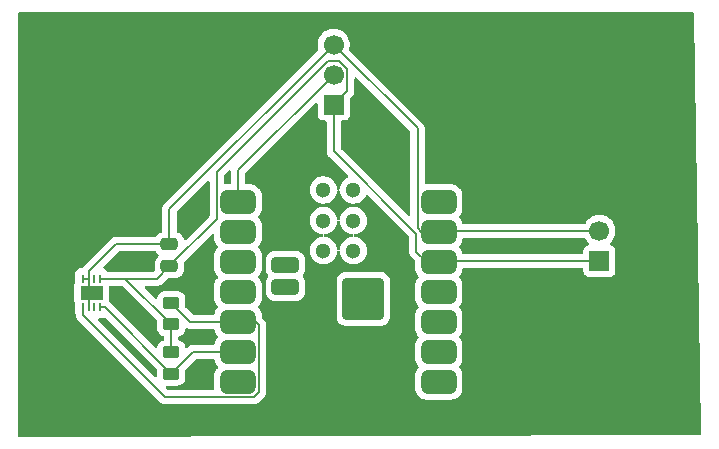
<source format=gbr>
%TF.GenerationSoftware,KiCad,Pcbnew,9.0.7*%
%TF.CreationDate,2026-02-01T15:04:17-08:00*%
%TF.ProjectId,SensingDevice,53656e73-696e-4674-9465-766963652e6b,rev?*%
%TF.SameCoordinates,Original*%
%TF.FileFunction,Copper,L1,Top*%
%TF.FilePolarity,Positive*%
%FSLAX46Y46*%
G04 Gerber Fmt 4.6, Leading zero omitted, Abs format (unit mm)*
G04 Created by KiCad (PCBNEW 9.0.7) date 2026-02-01 15:04:17*
%MOMM*%
%LPD*%
G01*
G04 APERTURE LIST*
G04 Aperture macros list*
%AMRoundRect*
0 Rectangle with rounded corners*
0 $1 Rounding radius*
0 $2 $3 $4 $5 $6 $7 $8 $9 X,Y pos of 4 corners*
0 Add a 4 corners polygon primitive as box body*
4,1,4,$2,$3,$4,$5,$6,$7,$8,$9,$2,$3,0*
0 Add four circle primitives for the rounded corners*
1,1,$1+$1,$2,$3*
1,1,$1+$1,$4,$5*
1,1,$1+$1,$6,$7*
1,1,$1+$1,$8,$9*
0 Add four rect primitives between the rounded corners*
20,1,$1+$1,$2,$3,$4,$5,0*
20,1,$1+$1,$4,$5,$6,$7,0*
20,1,$1+$1,$6,$7,$8,$9,0*
20,1,$1+$1,$8,$9,$2,$3,0*%
G04 Aperture macros list end*
%TA.AperFunction,SMDPad,CuDef*%
%ADD10RoundRect,0.250000X-0.450000X0.262500X-0.450000X-0.262500X0.450000X-0.262500X0.450000X0.262500X0*%
%TD*%
%TA.AperFunction,SMDPad,CuDef*%
%ADD11RoundRect,0.250000X0.475000X-0.250000X0.475000X0.250000X-0.475000X0.250000X-0.475000X-0.250000X0*%
%TD*%
%TA.AperFunction,SMDPad,CuDef*%
%ADD12RoundRect,0.250000X0.450000X-0.262500X0.450000X0.262500X-0.450000X0.262500X-0.450000X-0.262500X0*%
%TD*%
%TA.AperFunction,SMDPad,CuDef*%
%ADD13R,0.254000X0.762000*%
%TD*%
%TA.AperFunction,SMDPad,CuDef*%
%ADD14R,1.905000X1.193800*%
%TD*%
%TA.AperFunction,SMDPad,CuDef*%
%ADD15RoundRect,0.500000X-1.000000X-0.500000X1.000000X-0.500000X1.000000X0.500000X-1.000000X0.500000X0*%
%TD*%
%TA.AperFunction,HeatsinkPad*%
%ADD16RoundRect,0.250000X-1.500000X-1.500000X1.500000X-1.500000X1.500000X1.500000X-1.500000X1.500000X0*%
%TD*%
%TA.AperFunction,SMDPad,CuDef*%
%ADD17RoundRect,0.250000X-0.900000X-0.400000X0.900000X-0.400000X0.900000X0.400000X-0.900000X0.400000X0*%
%TD*%
%TA.AperFunction,SMDPad,CuDef*%
%ADD18C,1.300000*%
%TD*%
%TA.AperFunction,ComponentPad*%
%ADD19R,1.700000X1.700000*%
%TD*%
%TA.AperFunction,ComponentPad*%
%ADD20C,1.700000*%
%TD*%
%TA.AperFunction,Conductor*%
%ADD21C,0.200000*%
%TD*%
G04 APERTURE END LIST*
D10*
%TO.P,R1,2*%
%TO.N,Net-(U1-GPIO6_A5_D5_SCL)*%
X119750000Y-99825000D03*
%TO.P,R1,1*%
%TO.N,/3V3*%
X119750000Y-98000000D03*
%TD*%
D11*
%TO.P,C1,1*%
%TO.N,/3V3*%
X119600000Y-90750000D03*
%TO.P,C1,2*%
%TO.N,/GND*%
X119600000Y-88850000D03*
%TD*%
D12*
%TO.P,R2,1*%
%TO.N,/3V3*%
X119750000Y-95662500D03*
%TO.P,R2,2*%
%TO.N,Net-(U1-GPIO4_A3_D3_SDA)*%
X119750000Y-93837500D03*
%TD*%
D13*
%TO.P,U2,1,SDA*%
%TO.N,Net-(U1-GPIO4_A3_D3_SDA)*%
X112249811Y-94219200D03*
%TO.P,U2,2,ADDR*%
%TO.N,/GND*%
X112749937Y-94219200D03*
%TO.P,U2,3,ALERT*%
%TO.N,unconnected-(U2-ALERT-Pad3)*%
X113250063Y-94219200D03*
%TO.P,U2,4,SCL*%
%TO.N,Net-(U1-GPIO6_A5_D5_SCL)*%
X113750189Y-94219200D03*
%TO.P,U2,5,VDD*%
%TO.N,/3V3*%
X113750189Y-91780800D03*
%TO.P,U2,6,NRESET*%
%TO.N,unconnected-(U2-NRESET-Pad6)*%
X113250063Y-91780800D03*
%TO.P,U2,7,R*%
%TO.N,/GND*%
X112749937Y-91780800D03*
%TO.P,U2,8,VSS*%
X112249811Y-91780800D03*
D14*
%TO.P,U2,9,EPAD*%
X113000000Y-93000000D03*
%TD*%
D15*
%TO.P,U1,1,GPIO1_A0_D0*%
%TO.N,Net-(J1-SIG)*%
X125400000Y-85280000D03*
%TO.P,U1,2,GPIO2_A1_D1*%
%TO.N,unconnected-(U1-GPIO2_A1_D1-Pad2)*%
X125400000Y-87820000D03*
%TO.P,U1,3,GPIO3_A2_D2*%
%TO.N,unconnected-(U1-GPIO3_A2_D2-Pad3)*%
X125400000Y-90360000D03*
%TO.P,U1,4,GPIO4_A3_D3*%
%TO.N,unconnected-(U1-GPIO4_A3_D3-Pad4)*%
X125400000Y-92900000D03*
%TO.P,U1,5,GPIO4_A3_D3_SDA*%
%TO.N,Net-(U1-GPIO4_A3_D3_SDA)*%
X125400000Y-95440000D03*
%TO.P,U1,6,GPIO6_A5_D5_SCL*%
%TO.N,Net-(U1-GPIO6_A5_D5_SCL)*%
X125400000Y-97980000D03*
%TO.P,U1,7,GPIO43_TX_D6*%
%TO.N,unconnected-(U1-GPIO43_TX_D6-Pad7)*%
X125400000Y-100520000D03*
%TO.P,U1,8,GPIO44_D7_RX*%
%TO.N,unconnected-(U1-GPIO44_D7_RX-Pad8)*%
X142400000Y-100520000D03*
%TO.P,U1,9,GPIO7_A8_D8_SCK*%
%TO.N,unconnected-(U1-GPIO7_A8_D8_SCK-Pad9)*%
X142400000Y-97980000D03*
%TO.P,U1,10,GPIO8_A9_D9_CIPO*%
%TO.N,unconnected-(U1-GPIO8_A9_D9_CIPO-Pad10)*%
X142400000Y-95440000D03*
%TO.P,U1,11,GPIO9_A10_D10_COPI*%
%TO.N,unconnected-(U1-GPIO9_A10_D10_COPI-Pad11)*%
X142400000Y-92900000D03*
%TO.P,U1,12,3V3*%
%TO.N,/3V3*%
X142400000Y-90360000D03*
%TO.P,U1,13,GND*%
%TO.N,/GND*%
X142400000Y-87820000D03*
%TO.P,U1,14,5V*%
%TO.N,unconnected-(U1-5V-Pad14)*%
X142400000Y-85280000D03*
D16*
%TO.P,U1,15,+BATT*%
%TO.N,unconnected-(U1-+BATT-Pad15)*%
X136000000Y-93500000D03*
D17*
%TO.P,U1,16,-BATT*%
%TO.N,unconnected-(U1--BATT-Pad16)*%
X129400000Y-92500000D03*
%TO.P,U1,17*%
%TO.N,N/C*%
X129400000Y-90600000D03*
D18*
%TO.P,U1,18*%
X132630000Y-84280000D03*
%TO.P,U1,19*%
X132630000Y-86860000D03*
%TO.P,U1,20*%
X132630000Y-89400000D03*
%TO.P,U1,21*%
X135170000Y-89400000D03*
%TO.P,U1,22*%
X135170000Y-86860000D03*
%TO.P,U1,23*%
X135170000Y-84280000D03*
%TD*%
D19*
%TO.P,J2,1,3V3*%
%TO.N,/3V3*%
X156000000Y-90275000D03*
D20*
%TO.P,J2,2,GND*%
%TO.N,/GND*%
X156000000Y-87735000D03*
%TD*%
D19*
%TO.P,J1,1,VCC*%
%TO.N,/3V3*%
X133500000Y-77040000D03*
D20*
%TO.P,J1,2,SIG*%
%TO.N,Net-(J1-SIG)*%
X133500000Y-74500000D03*
%TO.P,J1,3,GND*%
%TO.N,/GND*%
X133500000Y-71960000D03*
%TD*%
D21*
%TO.N,/3V3*%
X115868300Y-91780800D02*
X113750189Y-91780800D01*
X119750000Y-95662500D02*
X115868300Y-91780800D01*
%TO.N,/GND*%
X119600000Y-85860000D02*
X133500000Y-71960000D01*
X119600000Y-88850000D02*
X119600000Y-85860000D01*
X112749937Y-91780800D02*
X112749937Y-91170926D01*
X112749937Y-91170926D02*
X115070863Y-88850000D01*
X115070863Y-88850000D02*
X119600000Y-88850000D01*
X112749937Y-91780800D02*
X112249811Y-91780800D01*
X112749937Y-94219200D02*
X112749937Y-91780800D01*
%TO.N,Net-(U1-GPIO6_A5_D5_SCL)*%
X114144200Y-94219200D02*
X113750189Y-94219200D01*
X119750000Y-99825000D02*
X114144200Y-94219200D01*
X121595000Y-97980000D02*
X119750000Y-99825000D01*
X125400000Y-97980000D02*
X121595000Y-97980000D01*
%TO.N,/3V3*%
X119750000Y-95662500D02*
X119750000Y-98000000D01*
%TO.N,Net-(U1-GPIO4_A3_D3_SDA)*%
X126739058Y-101821000D02*
X119241737Y-101821000D01*
X127201000Y-101359058D02*
X126739058Y-101821000D01*
X112249811Y-94829074D02*
X112249811Y-94219200D01*
X127201000Y-95741000D02*
X127201000Y-101359058D01*
X126900000Y-95440000D02*
X127201000Y-95741000D01*
X119241737Y-101821000D02*
X112249811Y-94829074D01*
X125400000Y-95440000D02*
X126900000Y-95440000D01*
%TO.N,/3V3*%
X134651000Y-74023240D02*
X134651000Y-75889000D01*
X133976760Y-73349000D02*
X134651000Y-74023240D01*
X133023240Y-73349000D02*
X133976760Y-73349000D01*
X123599000Y-86751000D02*
X123599000Y-82773240D01*
X119600000Y-90750000D02*
X123599000Y-86751000D01*
X123599000Y-82773240D02*
X133023240Y-73349000D01*
X134651000Y-75889000D02*
X133500000Y-77040000D01*
X118569200Y-91780800D02*
X119600000Y-90750000D01*
X113750189Y-91780800D02*
X118569200Y-91780800D01*
X119770000Y-97980000D02*
X119750000Y-98000000D01*
%TO.N,Net-(U1-GPIO4_A3_D3_SDA)*%
X121352500Y-95440000D02*
X119750000Y-93837500D01*
X125400000Y-95440000D02*
X121352500Y-95440000D01*
%TO.N,/3V3*%
X142299942Y-90360000D02*
X142400000Y-90360000D01*
%TO.N,Net-(J1-SIG)*%
X125400000Y-82600000D02*
X125400000Y-85280000D01*
X133500000Y-74500000D02*
X125400000Y-82600000D01*
%TO.N,/3V3*%
X140500000Y-89500000D02*
X141360000Y-90360000D01*
X141360000Y-90360000D02*
X142400000Y-90360000D01*
X133500000Y-80987100D02*
X140500000Y-87987100D01*
X133500000Y-77040000D02*
X133500000Y-80987100D01*
X140500000Y-87987100D02*
X140500000Y-89500000D01*
%TO.N,/GND*%
X140599000Y-79059000D02*
X140599000Y-87519000D01*
X133500000Y-71960000D02*
X140599000Y-79059000D01*
%TO.N,/3V3*%
X142485000Y-90275000D02*
X142400000Y-90360000D01*
X156000000Y-90275000D02*
X142485000Y-90275000D01*
%TO.N,/GND*%
X142485000Y-87735000D02*
X142400000Y-87820000D01*
X156000000Y-87735000D02*
X142485000Y-87735000D01*
X140900000Y-87820000D02*
X142400000Y-87820000D01*
X140599000Y-87519000D02*
X140900000Y-87820000D01*
%TD*%
%TA.AperFunction,NonConductor*%
G36*
X163945099Y-69219685D02*
G01*
X163990854Y-69272489D01*
X164002043Y-69321922D01*
X164597894Y-104874357D01*
X164579335Y-104941717D01*
X164527305Y-104988350D01*
X164474340Y-105000434D01*
X106924429Y-105199569D01*
X106857322Y-105180117D01*
X106811385Y-105127471D01*
X106800000Y-105075570D01*
X106800000Y-92355235D01*
X111547000Y-92355235D01*
X111547000Y-93644770D01*
X111547001Y-93644776D01*
X111553408Y-93704381D01*
X111553409Y-93704383D01*
X111603704Y-93839231D01*
X111603706Y-93839233D01*
X111607143Y-93845527D01*
X111622311Y-93904955D01*
X111622311Y-94648070D01*
X111622312Y-94648076D01*
X111628719Y-94707681D01*
X111641492Y-94741925D01*
X111649310Y-94785259D01*
X111649310Y-94908128D01*
X111649309Y-94908128D01*
X111690234Y-95060859D01*
X111713236Y-95100700D01*
X111714520Y-95102923D01*
X111743314Y-95152796D01*
X111769290Y-95197788D01*
X111769292Y-95197791D01*
X111888160Y-95316659D01*
X111888165Y-95316663D01*
X118873021Y-102301520D01*
X118873023Y-102301521D01*
X118873027Y-102301524D01*
X119009946Y-102380573D01*
X119009953Y-102380577D01*
X119162680Y-102421501D01*
X119162682Y-102421501D01*
X119328391Y-102421501D01*
X119328407Y-102421500D01*
X126652389Y-102421500D01*
X126652405Y-102421501D01*
X126660001Y-102421501D01*
X126818112Y-102421501D01*
X126818115Y-102421501D01*
X126970843Y-102380577D01*
X127020962Y-102351639D01*
X127107774Y-102301520D01*
X127219578Y-102189716D01*
X127219579Y-102189714D01*
X127681520Y-101727774D01*
X127760577Y-101590842D01*
X127801501Y-101438115D01*
X127801501Y-101280000D01*
X127801501Y-101272405D01*
X127801500Y-101272387D01*
X127801500Y-95661945D01*
X127801500Y-95661943D01*
X127760577Y-95509216D01*
X127760577Y-95509215D01*
X127690969Y-95388651D01*
X127690193Y-95387306D01*
X127690180Y-95387283D01*
X127681522Y-95372286D01*
X127681518Y-95372281D01*
X127565397Y-95256160D01*
X127565374Y-95256139D01*
X127436818Y-95127583D01*
X127403333Y-95066260D01*
X127400499Y-95039902D01*
X127400499Y-94881971D01*
X127400499Y-94881964D01*
X127389886Y-94762582D01*
X127333909Y-94566951D01*
X127239698Y-94386593D01*
X127126983Y-94248359D01*
X127099875Y-94183965D01*
X127111884Y-94115135D01*
X127126981Y-94091642D01*
X127239698Y-93953407D01*
X127333909Y-93773049D01*
X127389886Y-93577418D01*
X127400500Y-93458037D01*
X127400499Y-92341964D01*
X127389886Y-92222582D01*
X127333909Y-92026951D01*
X127239698Y-91846593D01*
X127126983Y-91708359D01*
X127099875Y-91643965D01*
X127111884Y-91575135D01*
X127126981Y-91551642D01*
X127239698Y-91413407D01*
X127333909Y-91233049D01*
X127389886Y-91037418D01*
X127400500Y-90918037D01*
X127400499Y-90149983D01*
X127749500Y-90149983D01*
X127749500Y-91050001D01*
X127749501Y-91050019D01*
X127760000Y-91152796D01*
X127760001Y-91152799D01*
X127795525Y-91260001D01*
X127815186Y-91319334D01*
X127907287Y-91468655D01*
X127907289Y-91468657D01*
X127910795Y-91473091D01*
X127936934Y-91537887D01*
X127923892Y-91606529D01*
X127910795Y-91626909D01*
X127907289Y-91631342D01*
X127815187Y-91780663D01*
X127815186Y-91780666D01*
X127760001Y-91947203D01*
X127760001Y-91947204D01*
X127760000Y-91947204D01*
X127749500Y-92049983D01*
X127749500Y-92950001D01*
X127749501Y-92950019D01*
X127760000Y-93052796D01*
X127760001Y-93052799D01*
X127815185Y-93219331D01*
X127815186Y-93219334D01*
X127907288Y-93368656D01*
X128031344Y-93492712D01*
X128180666Y-93584814D01*
X128347203Y-93639999D01*
X128449991Y-93650500D01*
X130350008Y-93650499D01*
X130452797Y-93639999D01*
X130619334Y-93584814D01*
X130768656Y-93492712D01*
X130892712Y-93368656D01*
X130984814Y-93219334D01*
X131039999Y-93052797D01*
X131050500Y-92950009D01*
X131050499Y-92049992D01*
X131048146Y-92026954D01*
X131041249Y-91959435D01*
X131040807Y-91955122D01*
X131040283Y-91949983D01*
X133749500Y-91949983D01*
X133749500Y-95050001D01*
X133749501Y-95050018D01*
X133760000Y-95152796D01*
X133760001Y-95152799D01*
X133815185Y-95319331D01*
X133815187Y-95319336D01*
X133834095Y-95349991D01*
X133907288Y-95468656D01*
X134031344Y-95592712D01*
X134180666Y-95684814D01*
X134347203Y-95739999D01*
X134449991Y-95750500D01*
X137550008Y-95750499D01*
X137652797Y-95739999D01*
X137819334Y-95684814D01*
X137968656Y-95592712D01*
X138092712Y-95468656D01*
X138184814Y-95319334D01*
X138239999Y-95152797D01*
X138250500Y-95050009D01*
X138250499Y-91949992D01*
X138239999Y-91847203D01*
X138184814Y-91680666D01*
X138092712Y-91531344D01*
X137968656Y-91407288D01*
X137875888Y-91350069D01*
X137819336Y-91315187D01*
X137819331Y-91315185D01*
X137817862Y-91314698D01*
X137652797Y-91260001D01*
X137652795Y-91260000D01*
X137550010Y-91249500D01*
X134449998Y-91249500D01*
X134449981Y-91249501D01*
X134347203Y-91260000D01*
X134347200Y-91260001D01*
X134180668Y-91315185D01*
X134180663Y-91315187D01*
X134031342Y-91407289D01*
X133907289Y-91531342D01*
X133815187Y-91680663D01*
X133815185Y-91680668D01*
X133812460Y-91688891D01*
X133760001Y-91847203D01*
X133760001Y-91847204D01*
X133760000Y-91847204D01*
X133749500Y-91949983D01*
X131040283Y-91949983D01*
X131039999Y-91947203D01*
X130984814Y-91780666D01*
X130892712Y-91631344D01*
X130892707Y-91631339D01*
X130889209Y-91626915D01*
X130863066Y-91562121D01*
X130876103Y-91493478D01*
X130889209Y-91473085D01*
X130892703Y-91468664D01*
X130892712Y-91468656D01*
X130984814Y-91319334D01*
X131039999Y-91152797D01*
X131050500Y-91050009D01*
X131050499Y-90149992D01*
X131039999Y-90047203D01*
X130984814Y-89880666D01*
X130892712Y-89731344D01*
X130768656Y-89607288D01*
X130619334Y-89515186D01*
X130452797Y-89460001D01*
X130452795Y-89460000D01*
X130350010Y-89449500D01*
X128449998Y-89449500D01*
X128449981Y-89449501D01*
X128347203Y-89460000D01*
X128347200Y-89460001D01*
X128180668Y-89515185D01*
X128180663Y-89515187D01*
X128031342Y-89607289D01*
X127907289Y-89731342D01*
X127815187Y-89880663D01*
X127815185Y-89880668D01*
X127806365Y-89907285D01*
X127760001Y-90047203D01*
X127760001Y-90047204D01*
X127760000Y-90047204D01*
X127749500Y-90149983D01*
X127400499Y-90149983D01*
X127400499Y-89801964D01*
X127389886Y-89682582D01*
X127333909Y-89486951D01*
X127239698Y-89306593D01*
X127126983Y-89168359D01*
X127099875Y-89103965D01*
X127111884Y-89035135D01*
X127126981Y-89011642D01*
X127239698Y-88873407D01*
X127333909Y-88693049D01*
X127389886Y-88497418D01*
X127400500Y-88378037D01*
X127400499Y-87261964D01*
X127389886Y-87142582D01*
X127333909Y-86946951D01*
X127241189Y-86769448D01*
X131479500Y-86769448D01*
X131479500Y-86950551D01*
X131507829Y-87129410D01*
X131563787Y-87301636D01*
X131563788Y-87301639D01*
X131646006Y-87462997D01*
X131752441Y-87609494D01*
X131752445Y-87609499D01*
X131880500Y-87737554D01*
X131880505Y-87737558D01*
X131931808Y-87774831D01*
X132027006Y-87843996D01*
X132132484Y-87897740D01*
X132188360Y-87926211D01*
X132188363Y-87926212D01*
X132274476Y-87954191D01*
X132360591Y-87982171D01*
X132433639Y-87993740D01*
X132520678Y-88007527D01*
X132583813Y-88037456D01*
X132620744Y-88096768D01*
X132619746Y-88166631D01*
X132581136Y-88224863D01*
X132520678Y-88252473D01*
X132360589Y-88277829D01*
X132188363Y-88333787D01*
X132188360Y-88333788D01*
X132027002Y-88416006D01*
X131880505Y-88522441D01*
X131880500Y-88522445D01*
X131752445Y-88650500D01*
X131752441Y-88650505D01*
X131646006Y-88797002D01*
X131563788Y-88958360D01*
X131563787Y-88958363D01*
X131507829Y-89130589D01*
X131479500Y-89309448D01*
X131479500Y-89490551D01*
X131507829Y-89669410D01*
X131563787Y-89841636D01*
X131563788Y-89841639D01*
X131597239Y-89907288D01*
X131638155Y-89987590D01*
X131646006Y-90002997D01*
X131752441Y-90149494D01*
X131752445Y-90149499D01*
X131880500Y-90277554D01*
X131880505Y-90277558D01*
X131976366Y-90347204D01*
X132027006Y-90383996D01*
X132132484Y-90437740D01*
X132188360Y-90466211D01*
X132188363Y-90466212D01*
X132274476Y-90494191D01*
X132360591Y-90522171D01*
X132443429Y-90535291D01*
X132539449Y-90550500D01*
X132539454Y-90550500D01*
X132720551Y-90550500D01*
X132807259Y-90536765D01*
X132899409Y-90522171D01*
X133071639Y-90466211D01*
X133232994Y-90383996D01*
X133379501Y-90277553D01*
X133507553Y-90149501D01*
X133613996Y-90002994D01*
X133696211Y-89841639D01*
X133752171Y-89669409D01*
X133766482Y-89579054D01*
X133777527Y-89509321D01*
X133807456Y-89446186D01*
X133866768Y-89409255D01*
X133936630Y-89410253D01*
X133994863Y-89448863D01*
X134022473Y-89509321D01*
X134047829Y-89669410D01*
X134103787Y-89841636D01*
X134103788Y-89841639D01*
X134137239Y-89907288D01*
X134178155Y-89987590D01*
X134186006Y-90002997D01*
X134292441Y-90149494D01*
X134292445Y-90149499D01*
X134420500Y-90277554D01*
X134420505Y-90277558D01*
X134516366Y-90347204D01*
X134567006Y-90383996D01*
X134672484Y-90437740D01*
X134728360Y-90466211D01*
X134728363Y-90466212D01*
X134814476Y-90494191D01*
X134900591Y-90522171D01*
X134983429Y-90535291D01*
X135079449Y-90550500D01*
X135079454Y-90550500D01*
X135260551Y-90550500D01*
X135347259Y-90536765D01*
X135439409Y-90522171D01*
X135611639Y-90466211D01*
X135772994Y-90383996D01*
X135919501Y-90277553D01*
X136047553Y-90149501D01*
X136153996Y-90002994D01*
X136236211Y-89841639D01*
X136292171Y-89669409D01*
X136306765Y-89577259D01*
X136320500Y-89490551D01*
X136320500Y-89309448D01*
X136304019Y-89205397D01*
X136292171Y-89130591D01*
X136243633Y-88981203D01*
X136236212Y-88958363D01*
X136236211Y-88958360D01*
X136201405Y-88890051D01*
X136153996Y-88797006D01*
X136124625Y-88756580D01*
X136047558Y-88650505D01*
X136047554Y-88650500D01*
X135919499Y-88522445D01*
X135919494Y-88522441D01*
X135772997Y-88416006D01*
X135772996Y-88416005D01*
X135772994Y-88416004D01*
X135698478Y-88378036D01*
X135611639Y-88333788D01*
X135611636Y-88333787D01*
X135439410Y-88277829D01*
X135279321Y-88252473D01*
X135216186Y-88222544D01*
X135179255Y-88163232D01*
X135180253Y-88093370D01*
X135218863Y-88035137D01*
X135279321Y-88007527D01*
X135349425Y-87996422D01*
X135439409Y-87982171D01*
X135611639Y-87926211D01*
X135772994Y-87843996D01*
X135919501Y-87737553D01*
X136047553Y-87609501D01*
X136153996Y-87462994D01*
X136236211Y-87301639D01*
X136292171Y-87129409D01*
X136308363Y-87027179D01*
X136320500Y-86950551D01*
X136320500Y-86769448D01*
X136295069Y-86608891D01*
X136292171Y-86590591D01*
X136246425Y-86449797D01*
X136236212Y-86418363D01*
X136236211Y-86418360D01*
X136194757Y-86337003D01*
X136153996Y-86257006D01*
X136083588Y-86160097D01*
X136047558Y-86110505D01*
X136047554Y-86110500D01*
X135919499Y-85982445D01*
X135919494Y-85982441D01*
X135772997Y-85876006D01*
X135772996Y-85876005D01*
X135772994Y-85876004D01*
X135698480Y-85838037D01*
X135611639Y-85793788D01*
X135611636Y-85793787D01*
X135439410Y-85737829D01*
X135260551Y-85709500D01*
X135260546Y-85709500D01*
X135079454Y-85709500D01*
X135079449Y-85709500D01*
X134900589Y-85737829D01*
X134728363Y-85793787D01*
X134728360Y-85793788D01*
X134567002Y-85876006D01*
X134420505Y-85982441D01*
X134420500Y-85982445D01*
X134292445Y-86110500D01*
X134292441Y-86110505D01*
X134186006Y-86257002D01*
X134103788Y-86418360D01*
X134103787Y-86418363D01*
X134047829Y-86590589D01*
X134022473Y-86750678D01*
X133992544Y-86813813D01*
X133933232Y-86850744D01*
X133863369Y-86849746D01*
X133805137Y-86811136D01*
X133777527Y-86750678D01*
X133755069Y-86608891D01*
X133752171Y-86590591D01*
X133706425Y-86449797D01*
X133696212Y-86418363D01*
X133696211Y-86418360D01*
X133654757Y-86337003D01*
X133613996Y-86257006D01*
X133543588Y-86160097D01*
X133507558Y-86110505D01*
X133507554Y-86110500D01*
X133379499Y-85982445D01*
X133379494Y-85982441D01*
X133232997Y-85876006D01*
X133232996Y-85876005D01*
X133232994Y-85876004D01*
X133158480Y-85838037D01*
X133071639Y-85793788D01*
X133071636Y-85793787D01*
X132899410Y-85737829D01*
X132720551Y-85709500D01*
X132720546Y-85709500D01*
X132539454Y-85709500D01*
X132539449Y-85709500D01*
X132360589Y-85737829D01*
X132188363Y-85793787D01*
X132188360Y-85793788D01*
X132027002Y-85876006D01*
X131880505Y-85982441D01*
X131880500Y-85982445D01*
X131752445Y-86110500D01*
X131752441Y-86110505D01*
X131646006Y-86257002D01*
X131563788Y-86418360D01*
X131563787Y-86418363D01*
X131507829Y-86590589D01*
X131479500Y-86769448D01*
X127241189Y-86769448D01*
X127239698Y-86766593D01*
X127126983Y-86628359D01*
X127099875Y-86563965D01*
X127111884Y-86495135D01*
X127126981Y-86471642D01*
X127239698Y-86333407D01*
X127333909Y-86153049D01*
X127389886Y-85957418D01*
X127400500Y-85838037D01*
X127400499Y-84721964D01*
X127389886Y-84602582D01*
X127333909Y-84406951D01*
X127239698Y-84226593D01*
X127187684Y-84162803D01*
X127111109Y-84068890D01*
X126953409Y-83940304D01*
X126953410Y-83940304D01*
X126953407Y-83940302D01*
X126773049Y-83846091D01*
X126773048Y-83846090D01*
X126773045Y-83846089D01*
X126655829Y-83812550D01*
X126577418Y-83790114D01*
X126577415Y-83790113D01*
X126577413Y-83790113D01*
X126504631Y-83783642D01*
X126458037Y-83779500D01*
X126458033Y-83779500D01*
X126124500Y-83779500D01*
X126057461Y-83759815D01*
X126011706Y-83707011D01*
X126000500Y-83655500D01*
X126000500Y-82900096D01*
X126020185Y-82833057D01*
X126036814Y-82812420D01*
X131937821Y-76911412D01*
X131999142Y-76877929D01*
X132068834Y-76882913D01*
X132124767Y-76924785D01*
X132149184Y-76990249D01*
X132149500Y-76999095D01*
X132149500Y-77937870D01*
X132149501Y-77937876D01*
X132155908Y-77997483D01*
X132206202Y-78132328D01*
X132206206Y-78132335D01*
X132292452Y-78247544D01*
X132292455Y-78247547D01*
X132407664Y-78333793D01*
X132407671Y-78333797D01*
X132452618Y-78350561D01*
X132542517Y-78384091D01*
X132602127Y-78390500D01*
X132775500Y-78390499D01*
X132842539Y-78410183D01*
X132888294Y-78462987D01*
X132899500Y-78514499D01*
X132899500Y-80900430D01*
X132899499Y-80900448D01*
X132899499Y-81066154D01*
X132899498Y-81066154D01*
X132940423Y-81218885D01*
X132969358Y-81269000D01*
X132969359Y-81269004D01*
X132969360Y-81269004D01*
X133019479Y-81355814D01*
X133019481Y-81355817D01*
X133138349Y-81474685D01*
X133138355Y-81474690D01*
X134706446Y-83042781D01*
X134739931Y-83104104D01*
X134734947Y-83173796D01*
X134693075Y-83229729D01*
X134675061Y-83240946D01*
X134567004Y-83296004D01*
X134420505Y-83402441D01*
X134420500Y-83402445D01*
X134292445Y-83530500D01*
X134292441Y-83530505D01*
X134186006Y-83677002D01*
X134103788Y-83838360D01*
X134103787Y-83838363D01*
X134047829Y-84010589D01*
X134022473Y-84170678D01*
X133992544Y-84233813D01*
X133933232Y-84270744D01*
X133863369Y-84269746D01*
X133805137Y-84231136D01*
X133777527Y-84170678D01*
X133761405Y-84068891D01*
X133752171Y-84010591D01*
X133696211Y-83838361D01*
X133696211Y-83838360D01*
X133659591Y-83766491D01*
X133613996Y-83677006D01*
X133558957Y-83601251D01*
X133507558Y-83530505D01*
X133507554Y-83530500D01*
X133379499Y-83402445D01*
X133379494Y-83402441D01*
X133232997Y-83296006D01*
X133232996Y-83296005D01*
X133232994Y-83296004D01*
X133181300Y-83269664D01*
X133071639Y-83213788D01*
X133071636Y-83213787D01*
X132899410Y-83157829D01*
X132720551Y-83129500D01*
X132720546Y-83129500D01*
X132539454Y-83129500D01*
X132539449Y-83129500D01*
X132360589Y-83157829D01*
X132188363Y-83213787D01*
X132188360Y-83213788D01*
X132027002Y-83296006D01*
X131880505Y-83402441D01*
X131880500Y-83402445D01*
X131752445Y-83530500D01*
X131752441Y-83530505D01*
X131646006Y-83677002D01*
X131563788Y-83838360D01*
X131563787Y-83838363D01*
X131507829Y-84010589D01*
X131479500Y-84189448D01*
X131479500Y-84370551D01*
X131507829Y-84549410D01*
X131563787Y-84721636D01*
X131563788Y-84721639D01*
X131646006Y-84882997D01*
X131752441Y-85029494D01*
X131752445Y-85029499D01*
X131880500Y-85157554D01*
X131880505Y-85157558D01*
X132008287Y-85250396D01*
X132027006Y-85263996D01*
X132132484Y-85317740D01*
X132188360Y-85346211D01*
X132188363Y-85346212D01*
X132274476Y-85374191D01*
X132360591Y-85402171D01*
X132443429Y-85415291D01*
X132539449Y-85430500D01*
X132539454Y-85430500D01*
X132720551Y-85430500D01*
X132807259Y-85416765D01*
X132899409Y-85402171D01*
X133071639Y-85346211D01*
X133232994Y-85263996D01*
X133379501Y-85157553D01*
X133507553Y-85029501D01*
X133613996Y-84882994D01*
X133696211Y-84721639D01*
X133752171Y-84549409D01*
X133774734Y-84406954D01*
X133777527Y-84389321D01*
X133807456Y-84326186D01*
X133866768Y-84289255D01*
X133936630Y-84290253D01*
X133994863Y-84328863D01*
X134022473Y-84389321D01*
X134047829Y-84549410D01*
X134103787Y-84721636D01*
X134103788Y-84721639D01*
X134186006Y-84882997D01*
X134292441Y-85029494D01*
X134292445Y-85029499D01*
X134420500Y-85157554D01*
X134420505Y-85157558D01*
X134548287Y-85250396D01*
X134567006Y-85263996D01*
X134672484Y-85317740D01*
X134728360Y-85346211D01*
X134728363Y-85346212D01*
X134814476Y-85374191D01*
X134900591Y-85402171D01*
X134983429Y-85415291D01*
X135079449Y-85430500D01*
X135079454Y-85430500D01*
X135260551Y-85430500D01*
X135347259Y-85416765D01*
X135439409Y-85402171D01*
X135611639Y-85346211D01*
X135772994Y-85263996D01*
X135919501Y-85157553D01*
X136047553Y-85029501D01*
X136153996Y-84882994D01*
X136209053Y-84774938D01*
X136257026Y-84724143D01*
X136324847Y-84707348D01*
X136390982Y-84729885D01*
X136407218Y-84743553D01*
X139863181Y-88199516D01*
X139896666Y-88260839D01*
X139899500Y-88287197D01*
X139899500Y-89413330D01*
X139899499Y-89413348D01*
X139899499Y-89579054D01*
X139899498Y-89579054D01*
X139940304Y-89731344D01*
X139940423Y-89731785D01*
X139956713Y-89760000D01*
X139956714Y-89760002D01*
X139956715Y-89760002D01*
X140003846Y-89841636D01*
X140019479Y-89868714D01*
X140019481Y-89868717D01*
X140138349Y-89987585D01*
X140138355Y-89987590D01*
X140363181Y-90212416D01*
X140396666Y-90273739D01*
X140399500Y-90300097D01*
X140399500Y-90918028D01*
X140399501Y-90918034D01*
X140410113Y-91037415D01*
X140466089Y-91233045D01*
X140466090Y-91233048D01*
X140466091Y-91233049D01*
X140560302Y-91413407D01*
X140608963Y-91473085D01*
X140673015Y-91551639D01*
X140700124Y-91616036D01*
X140688115Y-91684865D01*
X140673015Y-91708361D01*
X140614057Y-91780668D01*
X140560302Y-91846593D01*
X140559983Y-91847204D01*
X140466089Y-92026954D01*
X140410114Y-92222583D01*
X140410113Y-92222586D01*
X140399500Y-92341966D01*
X140399500Y-93458028D01*
X140399501Y-93458034D01*
X140410113Y-93577415D01*
X140466089Y-93773045D01*
X140466090Y-93773048D01*
X140466091Y-93773049D01*
X140560302Y-93953407D01*
X140560304Y-93953409D01*
X140673015Y-94091639D01*
X140700124Y-94156036D01*
X140688115Y-94224865D01*
X140673015Y-94248361D01*
X140560304Y-94386590D01*
X140466089Y-94566954D01*
X140421332Y-94723376D01*
X140413826Y-94749611D01*
X140410114Y-94762583D01*
X140410113Y-94762586D01*
X140399500Y-94881966D01*
X140399500Y-95998028D01*
X140399501Y-95998034D01*
X140410113Y-96117415D01*
X140466089Y-96313045D01*
X140466090Y-96313048D01*
X140466091Y-96313049D01*
X140560302Y-96493407D01*
X140580120Y-96517712D01*
X140673015Y-96631639D01*
X140700124Y-96696036D01*
X140688115Y-96764865D01*
X140673015Y-96788361D01*
X140561575Y-96925032D01*
X140560302Y-96926593D01*
X140529724Y-96985132D01*
X140466089Y-97106954D01*
X140421332Y-97263376D01*
X140413826Y-97289611D01*
X140410114Y-97302583D01*
X140410113Y-97302586D01*
X140406018Y-97348649D01*
X140399838Y-97418168D01*
X140399500Y-97421966D01*
X140399500Y-98538028D01*
X140399501Y-98538034D01*
X140410113Y-98657415D01*
X140466089Y-98853045D01*
X140466090Y-98853048D01*
X140466091Y-98853049D01*
X140560302Y-99033407D01*
X140560304Y-99033409D01*
X140673015Y-99171639D01*
X140700124Y-99236036D01*
X140688115Y-99304865D01*
X140673015Y-99328361D01*
X140584093Y-99437416D01*
X140560302Y-99466593D01*
X140529742Y-99525097D01*
X140466089Y-99646954D01*
X140410114Y-99842583D01*
X140410113Y-99842586D01*
X140399500Y-99961966D01*
X140399500Y-101078028D01*
X140399501Y-101078034D01*
X140410113Y-101197415D01*
X140466089Y-101393045D01*
X140466090Y-101393048D01*
X140466091Y-101393049D01*
X140560302Y-101573407D01*
X140574519Y-101590843D01*
X140688890Y-101731109D01*
X140782803Y-101807684D01*
X140846593Y-101859698D01*
X141026951Y-101953909D01*
X141222582Y-102009886D01*
X141341963Y-102020500D01*
X143458036Y-102020499D01*
X143577418Y-102009886D01*
X143773049Y-101953909D01*
X143953407Y-101859698D01*
X144111109Y-101731109D01*
X144239698Y-101573407D01*
X144333909Y-101393049D01*
X144389886Y-101197418D01*
X144400500Y-101078037D01*
X144400499Y-99961964D01*
X144389886Y-99842582D01*
X144333909Y-99646951D01*
X144239698Y-99466593D01*
X144126983Y-99328359D01*
X144099875Y-99263965D01*
X144111884Y-99195135D01*
X144126981Y-99171642D01*
X144239698Y-99033407D01*
X144333909Y-98853049D01*
X144389886Y-98657418D01*
X144400500Y-98538037D01*
X144400499Y-97421964D01*
X144389886Y-97302582D01*
X144333909Y-97106951D01*
X144239698Y-96926593D01*
X144126983Y-96788359D01*
X144099875Y-96723965D01*
X144111884Y-96655135D01*
X144126981Y-96631642D01*
X144239698Y-96493407D01*
X144333909Y-96313049D01*
X144389886Y-96117418D01*
X144400500Y-95998037D01*
X144400499Y-94881964D01*
X144389886Y-94762582D01*
X144333909Y-94566951D01*
X144239698Y-94386593D01*
X144126983Y-94248359D01*
X144099875Y-94183965D01*
X144111884Y-94115135D01*
X144126981Y-94091642D01*
X144239698Y-93953407D01*
X144333909Y-93773049D01*
X144389886Y-93577418D01*
X144400500Y-93458037D01*
X144400499Y-92341964D01*
X144389886Y-92222582D01*
X144333909Y-92026951D01*
X144239698Y-91846593D01*
X144126983Y-91708359D01*
X144099875Y-91643965D01*
X144111884Y-91575135D01*
X144126981Y-91551642D01*
X144239698Y-91413407D01*
X144333909Y-91233049D01*
X144389886Y-91037418D01*
X144394233Y-90988518D01*
X144419777Y-90923487D01*
X144476425Y-90882587D01*
X144517746Y-90875500D01*
X154525501Y-90875500D01*
X154592540Y-90895185D01*
X154638295Y-90947989D01*
X154649501Y-90999500D01*
X154649501Y-91172876D01*
X154655908Y-91232483D01*
X154706202Y-91367328D01*
X154706206Y-91367335D01*
X154792452Y-91482544D01*
X154792455Y-91482547D01*
X154907664Y-91568793D01*
X154907671Y-91568797D01*
X155042517Y-91619091D01*
X155042516Y-91619091D01*
X155049444Y-91619835D01*
X155102127Y-91625500D01*
X156897872Y-91625499D01*
X156957483Y-91619091D01*
X157092331Y-91568796D01*
X157207546Y-91482546D01*
X157293796Y-91367331D01*
X157344091Y-91232483D01*
X157350500Y-91172873D01*
X157350499Y-89377128D01*
X157344091Y-89317517D01*
X157341081Y-89309448D01*
X157293797Y-89182671D01*
X157293793Y-89182664D01*
X157207547Y-89067455D01*
X157207544Y-89067452D01*
X157092335Y-88981206D01*
X157092328Y-88981202D01*
X156960917Y-88932189D01*
X156904983Y-88890318D01*
X156880566Y-88824853D01*
X156895418Y-88756580D01*
X156916563Y-88728332D01*
X157030104Y-88614792D01*
X157155051Y-88442816D01*
X157251557Y-88253412D01*
X157317246Y-88051243D01*
X157350500Y-87841287D01*
X157350500Y-87628713D01*
X157317246Y-87418757D01*
X157251557Y-87216588D01*
X157155051Y-87027184D01*
X157155049Y-87027181D01*
X157155048Y-87027179D01*
X157030109Y-86855213D01*
X156879786Y-86704890D01*
X156707820Y-86579951D01*
X156518414Y-86483444D01*
X156518413Y-86483443D01*
X156518412Y-86483443D01*
X156316243Y-86417754D01*
X156316241Y-86417753D01*
X156316240Y-86417753D01*
X156154957Y-86392208D01*
X156106287Y-86384500D01*
X155893713Y-86384500D01*
X155845042Y-86392208D01*
X155683760Y-86417753D01*
X155481585Y-86483444D01*
X155292179Y-86579951D01*
X155120213Y-86704890D01*
X154969890Y-86855213D01*
X154844948Y-87027184D01*
X154844947Y-87027185D01*
X154824765Y-87066795D01*
X154776791Y-87117591D01*
X154714281Y-87134500D01*
X144481069Y-87134500D01*
X144414030Y-87114815D01*
X144368275Y-87062011D01*
X144361853Y-87044612D01*
X144333909Y-86946951D01*
X144239698Y-86766593D01*
X144126983Y-86628359D01*
X144099875Y-86563965D01*
X144111884Y-86495135D01*
X144126981Y-86471642D01*
X144239698Y-86333407D01*
X144333909Y-86153049D01*
X144389886Y-85957418D01*
X144400500Y-85838037D01*
X144400499Y-84721964D01*
X144389886Y-84602582D01*
X144333909Y-84406951D01*
X144239698Y-84226593D01*
X144187684Y-84162803D01*
X144111109Y-84068890D01*
X143953409Y-83940304D01*
X143953410Y-83940304D01*
X143953407Y-83940302D01*
X143773049Y-83846091D01*
X143773048Y-83846090D01*
X143773045Y-83846089D01*
X143655829Y-83812550D01*
X143577418Y-83790114D01*
X143577415Y-83790113D01*
X143577413Y-83790113D01*
X143511102Y-83784217D01*
X143458037Y-83779500D01*
X143458032Y-83779500D01*
X141341971Y-83779500D01*
X141341965Y-83779500D01*
X141341964Y-83779501D01*
X141338834Y-83779779D01*
X141334471Y-83780167D01*
X141265953Y-83766491D01*
X141215706Y-83717942D01*
X141199500Y-83656653D01*
X141199500Y-78979945D01*
X141199500Y-78979943D01*
X141158577Y-78827216D01*
X141158577Y-78827215D01*
X141158577Y-78827214D01*
X141129639Y-78777095D01*
X141129637Y-78777092D01*
X141079520Y-78690284D01*
X140967716Y-78578480D01*
X140967715Y-78578479D01*
X140963385Y-78574149D01*
X140963374Y-78574139D01*
X134833757Y-72444522D01*
X134800272Y-72383199D01*
X134803507Y-72318523D01*
X134817246Y-72276243D01*
X134850500Y-72066287D01*
X134850500Y-71853713D01*
X134817246Y-71643757D01*
X134751557Y-71441588D01*
X134655051Y-71252184D01*
X134655049Y-71252181D01*
X134655048Y-71252179D01*
X134530109Y-71080213D01*
X134379786Y-70929890D01*
X134207820Y-70804951D01*
X134018414Y-70708444D01*
X134018413Y-70708443D01*
X134018412Y-70708443D01*
X133816243Y-70642754D01*
X133816241Y-70642753D01*
X133816240Y-70642753D01*
X133654957Y-70617208D01*
X133606287Y-70609500D01*
X133393713Y-70609500D01*
X133345042Y-70617208D01*
X133183760Y-70642753D01*
X132981585Y-70708444D01*
X132792179Y-70804951D01*
X132620213Y-70929890D01*
X132469890Y-71080213D01*
X132344951Y-71252179D01*
X132248444Y-71441585D01*
X132182753Y-71643760D01*
X132149500Y-71853713D01*
X132149500Y-72066286D01*
X132182753Y-72276240D01*
X132182754Y-72276244D01*
X132196491Y-72318523D01*
X132198486Y-72388365D01*
X132166241Y-72444521D01*
X119231286Y-85379478D01*
X119119481Y-85491282D01*
X119119479Y-85491285D01*
X119069361Y-85578094D01*
X119069359Y-85578096D01*
X119040425Y-85628209D01*
X119040424Y-85628210D01*
X119040423Y-85628215D01*
X118999499Y-85780943D01*
X118999499Y-85780945D01*
X118999499Y-85949046D01*
X118999500Y-85949059D01*
X118999500Y-87761414D01*
X118979815Y-87828453D01*
X118927011Y-87874208D01*
X118914505Y-87879120D01*
X118805666Y-87915186D01*
X118805663Y-87915187D01*
X118656342Y-88007289D01*
X118532289Y-88131342D01*
X118532288Y-88131344D01*
X118512620Y-88163232D01*
X118495741Y-88190597D01*
X118443793Y-88237321D01*
X118390202Y-88249500D01*
X115157532Y-88249500D01*
X115157516Y-88249499D01*
X115149920Y-88249499D01*
X114991806Y-88249499D01*
X114886079Y-88277829D01*
X114839077Y-88290423D01*
X114821592Y-88300519D01*
X114821589Y-88300520D01*
X114702153Y-88369475D01*
X114702145Y-88369481D01*
X112269416Y-90802210D01*
X112249157Y-90837301D01*
X112198589Y-90885516D01*
X112141772Y-90899300D01*
X112074941Y-90899300D01*
X112074934Y-90899301D01*
X112015327Y-90905708D01*
X111880482Y-90956002D01*
X111880475Y-90956006D01*
X111765266Y-91042252D01*
X111765263Y-91042255D01*
X111679017Y-91157464D01*
X111679013Y-91157471D01*
X111628719Y-91292317D01*
X111622312Y-91351916D01*
X111622311Y-91351935D01*
X111622311Y-92095043D01*
X111607145Y-92154467D01*
X111603703Y-92160769D01*
X111553408Y-92295617D01*
X111547001Y-92355216D01*
X111547000Y-92355235D01*
X106800000Y-92355235D01*
X106800000Y-69324000D01*
X106819685Y-69256961D01*
X106872489Y-69211206D01*
X106924000Y-69200000D01*
X163878060Y-69200000D01*
X163945099Y-69219685D01*
G37*
%TD.AperFunction*%
%TA.AperFunction,NonConductor*%
G36*
X133917071Y-86869973D02*
G01*
X133936630Y-86870253D01*
X133950040Y-86879144D01*
X133965543Y-86883457D01*
X133978561Y-86898054D01*
X133994863Y-86908863D01*
X134001855Y-86924173D01*
X134012047Y-86935602D01*
X134022473Y-86969321D01*
X134047829Y-87129410D01*
X134103787Y-87301636D01*
X134103788Y-87301639D01*
X134186006Y-87462997D01*
X134292441Y-87609494D01*
X134292445Y-87609499D01*
X134420500Y-87737554D01*
X134420505Y-87737558D01*
X134471808Y-87774831D01*
X134567006Y-87843996D01*
X134672484Y-87897740D01*
X134728360Y-87926211D01*
X134728363Y-87926212D01*
X134814476Y-87954191D01*
X134900591Y-87982171D01*
X134973639Y-87993740D01*
X135060678Y-88007527D01*
X135123813Y-88037456D01*
X135160744Y-88096768D01*
X135159746Y-88166631D01*
X135121136Y-88224863D01*
X135060678Y-88252473D01*
X134900589Y-88277829D01*
X134728363Y-88333787D01*
X134728360Y-88333788D01*
X134567002Y-88416006D01*
X134420505Y-88522441D01*
X134420500Y-88522445D01*
X134292445Y-88650500D01*
X134292441Y-88650505D01*
X134186006Y-88797002D01*
X134103788Y-88958360D01*
X134103787Y-88958363D01*
X134047829Y-89130589D01*
X134022473Y-89290678D01*
X133992544Y-89353813D01*
X133933232Y-89390744D01*
X133863369Y-89389746D01*
X133805137Y-89351136D01*
X133777527Y-89290678D01*
X133763740Y-89203639D01*
X133752171Y-89130591D01*
X133703633Y-88981203D01*
X133696212Y-88958363D01*
X133696211Y-88958360D01*
X133661405Y-88890051D01*
X133613996Y-88797006D01*
X133584625Y-88756580D01*
X133507558Y-88650505D01*
X133507554Y-88650500D01*
X133379499Y-88522445D01*
X133379494Y-88522441D01*
X133232997Y-88416006D01*
X133232996Y-88416005D01*
X133232994Y-88416004D01*
X133158478Y-88378036D01*
X133071639Y-88333788D01*
X133071636Y-88333787D01*
X132899410Y-88277829D01*
X132739321Y-88252473D01*
X132676186Y-88222544D01*
X132639255Y-88163232D01*
X132640253Y-88093370D01*
X132678863Y-88035137D01*
X132739321Y-88007527D01*
X132809425Y-87996422D01*
X132899409Y-87982171D01*
X133071639Y-87926211D01*
X133232994Y-87843996D01*
X133379501Y-87737553D01*
X133507553Y-87609501D01*
X133613996Y-87462994D01*
X133696211Y-87301639D01*
X133752171Y-87129409D01*
X133768363Y-87027179D01*
X133777527Y-86969321D01*
X133784418Y-86954782D01*
X133786481Y-86938824D01*
X133799077Y-86923860D01*
X133807456Y-86906186D01*
X133821116Y-86897679D01*
X133831478Y-86885372D01*
X133850162Y-86879594D01*
X133866768Y-86869255D01*
X133882857Y-86869484D01*
X133898229Y-86864732D01*
X133917071Y-86869973D01*
G37*
%TD.AperFunction*%
%TA.AperFunction,NonConductor*%
G36*
X124718834Y-82605154D02*
G01*
X124774767Y-82647026D01*
X124799184Y-82712490D01*
X124799500Y-82721336D01*
X124799500Y-83655500D01*
X124779815Y-83722539D01*
X124727011Y-83768294D01*
X124675500Y-83779500D01*
X124341971Y-83779500D01*
X124341965Y-83779500D01*
X124341964Y-83779501D01*
X124338834Y-83779779D01*
X124334471Y-83780167D01*
X124265953Y-83766491D01*
X124215706Y-83717942D01*
X124199500Y-83656653D01*
X124199500Y-83073336D01*
X124219185Y-83006297D01*
X124235815Y-82985659D01*
X124587819Y-82633654D01*
X124649142Y-82600170D01*
X124718834Y-82605154D01*
G37*
%TD.AperFunction*%
%TA.AperFunction,NonConductor*%
G36*
X135456703Y-74766384D02*
G01*
X135463181Y-74772416D01*
X139962181Y-79271416D01*
X139995666Y-79332739D01*
X139998500Y-79359097D01*
X139998500Y-86337003D01*
X139978815Y-86404042D01*
X139926011Y-86449797D01*
X139856853Y-86459741D01*
X139793297Y-86430716D01*
X139786819Y-86424684D01*
X134136819Y-80774684D01*
X134103334Y-80713361D01*
X134100500Y-80687003D01*
X134100500Y-78514499D01*
X134120185Y-78447460D01*
X134172989Y-78401705D01*
X134224500Y-78390499D01*
X134397871Y-78390499D01*
X134397872Y-78390499D01*
X134457483Y-78384091D01*
X134592331Y-78333796D01*
X134707546Y-78247546D01*
X134793796Y-78132331D01*
X134844091Y-77997483D01*
X134850500Y-77937873D01*
X134850499Y-76590095D01*
X134859143Y-76560655D01*
X134865667Y-76530669D01*
X134869421Y-76525653D01*
X134870184Y-76523057D01*
X134886813Y-76502420D01*
X135009506Y-76379728D01*
X135009511Y-76379724D01*
X135019714Y-76369520D01*
X135019716Y-76369520D01*
X135131520Y-76257716D01*
X135198255Y-76142127D01*
X135210577Y-76120785D01*
X135251501Y-75968057D01*
X135251501Y-75809942D01*
X135251501Y-75802347D01*
X135251500Y-75802329D01*
X135251500Y-74860097D01*
X135271185Y-74793058D01*
X135323989Y-74747303D01*
X135393147Y-74737359D01*
X135456703Y-74766384D01*
G37*
%TD.AperFunction*%
%TA.AperFunction,NonConductor*%
G36*
X122917834Y-83493915D02*
G01*
X122973767Y-83535787D01*
X122998184Y-83601251D01*
X122998500Y-83610097D01*
X122998500Y-86450902D01*
X122978815Y-86517941D01*
X122962181Y-86538583D01*
X121016527Y-88484236D01*
X120955204Y-88517721D01*
X120885512Y-88512737D01*
X120829579Y-88470865D01*
X120811141Y-88435561D01*
X120759814Y-88280666D01*
X120667712Y-88131344D01*
X120543656Y-88007288D01*
X120412210Y-87926212D01*
X120394336Y-87915187D01*
X120394335Y-87915186D01*
X120394334Y-87915186D01*
X120333301Y-87894961D01*
X120285495Y-87879120D01*
X120228050Y-87839347D01*
X120201228Y-87774831D01*
X120200500Y-87761414D01*
X120200500Y-86160097D01*
X120220185Y-86093058D01*
X120236819Y-86072416D01*
X122786819Y-83522416D01*
X122848142Y-83488931D01*
X122917834Y-83493915D01*
G37*
%TD.AperFunction*%
%TA.AperFunction,NonConductor*%
G36*
X154728883Y-88339787D02*
G01*
X154744088Y-88339136D01*
X154761726Y-88349431D01*
X154781320Y-88355185D01*
X154792216Y-88367228D01*
X154804430Y-88374358D01*
X154824765Y-88403205D01*
X154844947Y-88442814D01*
X154844948Y-88442815D01*
X154969890Y-88614786D01*
X155083430Y-88728326D01*
X155116915Y-88789649D01*
X155111931Y-88859341D01*
X155070059Y-88915274D01*
X155039083Y-88932189D01*
X154907669Y-88981203D01*
X154907664Y-88981206D01*
X154792455Y-89067452D01*
X154792452Y-89067455D01*
X154706206Y-89182664D01*
X154706202Y-89182671D01*
X154655908Y-89317517D01*
X154649501Y-89377116D01*
X154649501Y-89377123D01*
X154649500Y-89377135D01*
X154649500Y-89550500D01*
X154629815Y-89617539D01*
X154577011Y-89663294D01*
X154525500Y-89674500D01*
X144481069Y-89674500D01*
X144414030Y-89654815D01*
X144368275Y-89602011D01*
X144361853Y-89584612D01*
X144357288Y-89568657D01*
X144333909Y-89486951D01*
X144239698Y-89306593D01*
X144126983Y-89168359D01*
X144099875Y-89103965D01*
X144111884Y-89035135D01*
X144126981Y-89011642D01*
X144239698Y-88873407D01*
X144333909Y-88693049D01*
X144389886Y-88497418D01*
X144394233Y-88448518D01*
X144419777Y-88383487D01*
X144476425Y-88342587D01*
X144517746Y-88335500D01*
X154714281Y-88335500D01*
X154728883Y-88339787D01*
G37*
%TD.AperFunction*%
%TA.AperFunction,NonConductor*%
G36*
X118457241Y-89470185D02*
G01*
X118495739Y-89509401D01*
X118532288Y-89568656D01*
X118532289Y-89568657D01*
X118656346Y-89692714D01*
X118659182Y-89694463D01*
X118660717Y-89696170D01*
X118662011Y-89697193D01*
X118661836Y-89697414D01*
X118705905Y-89746411D01*
X118717126Y-89815374D01*
X118689282Y-89879456D01*
X118659182Y-89905537D01*
X118656346Y-89907285D01*
X118532289Y-90031342D01*
X118440187Y-90180663D01*
X118440186Y-90180666D01*
X118385001Y-90347203D01*
X118385001Y-90347204D01*
X118385000Y-90347204D01*
X118374500Y-90449983D01*
X118374500Y-90449996D01*
X118374501Y-91053164D01*
X118373739Y-91053164D01*
X118358257Y-91117937D01*
X118307853Y-91166323D01*
X118250661Y-91180300D01*
X115947361Y-91180300D01*
X115947357Y-91180299D01*
X115789243Y-91180299D01*
X115789239Y-91180300D01*
X114400146Y-91180300D01*
X114333107Y-91160615D01*
X114300880Y-91130611D01*
X114234736Y-91042255D01*
X114234733Y-91042252D01*
X114119524Y-90956006D01*
X114119518Y-90956003D01*
X114077846Y-90940460D01*
X114021912Y-90898588D01*
X113997496Y-90833123D01*
X114012348Y-90764851D01*
X114033495Y-90736601D01*
X115283279Y-89486819D01*
X115344602Y-89453334D01*
X115370960Y-89450500D01*
X118390202Y-89450500D01*
X118457241Y-89470185D01*
G37*
%TD.AperFunction*%
%TA.AperFunction,NonConductor*%
G36*
X123318834Y-87982913D02*
G01*
X123374767Y-88024785D01*
X123399184Y-88090249D01*
X123399500Y-88099095D01*
X123399500Y-88378028D01*
X123399501Y-88378034D01*
X123410113Y-88497415D01*
X123466089Y-88693045D01*
X123466090Y-88693048D01*
X123466091Y-88693049D01*
X123560302Y-88873407D01*
X123574091Y-88890318D01*
X123673015Y-89011639D01*
X123700124Y-89076036D01*
X123688115Y-89144865D01*
X123673015Y-89168361D01*
X123661349Y-89182669D01*
X123560302Y-89306593D01*
X123523464Y-89377116D01*
X123466089Y-89486954D01*
X123410114Y-89682583D01*
X123410113Y-89682586D01*
X123399500Y-89801966D01*
X123399500Y-90918028D01*
X123399501Y-90918034D01*
X123410113Y-91037415D01*
X123466089Y-91233045D01*
X123466090Y-91233048D01*
X123466091Y-91233049D01*
X123560302Y-91413407D01*
X123608963Y-91473085D01*
X123673015Y-91551639D01*
X123700124Y-91616036D01*
X123688115Y-91684865D01*
X123673015Y-91708361D01*
X123614057Y-91780668D01*
X123560302Y-91846593D01*
X123559983Y-91847204D01*
X123466089Y-92026954D01*
X123410114Y-92222583D01*
X123410113Y-92222586D01*
X123399500Y-92341966D01*
X123399500Y-93458028D01*
X123399501Y-93458034D01*
X123410113Y-93577415D01*
X123466089Y-93773045D01*
X123466090Y-93773048D01*
X123466091Y-93773049D01*
X123560302Y-93953407D01*
X123560304Y-93953409D01*
X123673015Y-94091639D01*
X123700124Y-94156036D01*
X123688115Y-94224865D01*
X123673015Y-94248361D01*
X123560304Y-94386590D01*
X123466089Y-94566954D01*
X123442880Y-94648070D01*
X123413825Y-94749612D01*
X123376459Y-94808649D01*
X123313105Y-94838113D01*
X123294610Y-94839500D01*
X121652597Y-94839500D01*
X121585558Y-94819815D01*
X121564916Y-94803181D01*
X120986818Y-94225083D01*
X120953333Y-94163760D01*
X120950499Y-94137411D01*
X120950499Y-93524992D01*
X120947201Y-93492710D01*
X120939999Y-93422203D01*
X120939998Y-93422200D01*
X120926807Y-93382393D01*
X120884814Y-93255666D01*
X120792712Y-93106344D01*
X120668656Y-92982288D01*
X120519334Y-92890186D01*
X120352797Y-92835001D01*
X120352795Y-92835000D01*
X120250010Y-92824500D01*
X119249998Y-92824500D01*
X119249980Y-92824501D01*
X119147203Y-92835000D01*
X119147200Y-92835001D01*
X118980668Y-92890185D01*
X118980663Y-92890187D01*
X118831342Y-92982289D01*
X118707289Y-93106342D01*
X118615187Y-93255663D01*
X118615186Y-93255666D01*
X118577745Y-93368657D01*
X118573193Y-93382393D01*
X118533420Y-93439838D01*
X118468904Y-93466661D01*
X118400129Y-93454346D01*
X118367806Y-93431070D01*
X117529716Y-92592981D01*
X117496231Y-92531658D01*
X117501215Y-92461967D01*
X117543087Y-92406033D01*
X117608551Y-92381616D01*
X117617397Y-92381300D01*
X118482531Y-92381300D01*
X118482547Y-92381301D01*
X118490143Y-92381301D01*
X118648254Y-92381301D01*
X118648257Y-92381301D01*
X118800985Y-92340377D01*
X118878511Y-92295617D01*
X118937916Y-92261320D01*
X119049720Y-92149516D01*
X119049720Y-92149514D01*
X119059924Y-92139311D01*
X119059928Y-92139306D01*
X119412416Y-91786818D01*
X119473739Y-91753333D01*
X119500097Y-91750499D01*
X120125002Y-91750499D01*
X120125008Y-91750499D01*
X120227797Y-91739999D01*
X120394334Y-91684814D01*
X120543656Y-91592712D01*
X120667712Y-91468656D01*
X120759814Y-91319334D01*
X120814999Y-91152797D01*
X120825500Y-91050009D01*
X120825499Y-90449992D01*
X120824419Y-90439420D01*
X120837188Y-90370728D01*
X120860093Y-90339140D01*
X123187821Y-88011412D01*
X123249142Y-87977929D01*
X123318834Y-87982913D01*
G37*
%TD.AperFunction*%
%TA.AperFunction,NonConductor*%
G36*
X121103271Y-95991576D02*
G01*
X121117456Y-95998227D01*
X121120713Y-95999576D01*
X121120715Y-95999577D01*
X121273442Y-96040500D01*
X121273443Y-96040500D01*
X123294610Y-96040500D01*
X123361649Y-96060185D01*
X123407404Y-96112989D01*
X123413823Y-96130382D01*
X123433928Y-96200644D01*
X123466089Y-96313045D01*
X123466090Y-96313048D01*
X123466091Y-96313049D01*
X123560302Y-96493407D01*
X123580120Y-96517712D01*
X123673015Y-96631639D01*
X123700124Y-96696036D01*
X123688115Y-96764865D01*
X123673015Y-96788361D01*
X123561575Y-96925032D01*
X123560302Y-96926593D01*
X123529724Y-96985132D01*
X123466089Y-97106954D01*
X123430496Y-97231347D01*
X123413825Y-97289612D01*
X123376459Y-97348649D01*
X123313105Y-97378113D01*
X123294610Y-97379500D01*
X121681669Y-97379500D01*
X121681653Y-97379499D01*
X121674057Y-97379499D01*
X121515943Y-97379499D01*
X121408587Y-97408265D01*
X121363210Y-97420424D01*
X121363209Y-97420425D01*
X121313096Y-97449359D01*
X121313095Y-97449360D01*
X121284158Y-97466066D01*
X121226286Y-97499478D01*
X121132194Y-97593570D01*
X121070870Y-97627054D01*
X121001179Y-97622070D01*
X120945246Y-97580198D01*
X120926807Y-97544892D01*
X120895151Y-97449361D01*
X120884814Y-97418166D01*
X120792712Y-97268844D01*
X120668656Y-97144788D01*
X120519334Y-97052686D01*
X120435495Y-97024904D01*
X120415463Y-97011034D01*
X120393297Y-97000912D01*
X120387248Y-96991499D01*
X120378051Y-96985132D01*
X120368697Y-96962633D01*
X120355523Y-96942134D01*
X120353064Y-96925032D01*
X120351228Y-96920616D01*
X120350500Y-96907199D01*
X120350500Y-96755300D01*
X120370185Y-96688261D01*
X120422989Y-96642506D01*
X120435482Y-96637599D01*
X120519334Y-96609814D01*
X120668656Y-96517712D01*
X120792712Y-96393656D01*
X120884814Y-96244334D01*
X120939999Y-96077797D01*
X120939999Y-96077795D01*
X120942128Y-96071371D01*
X120944436Y-96072135D01*
X120972361Y-96020552D01*
X121033562Y-95986844D01*
X121103271Y-95991576D01*
G37*
%TD.AperFunction*%
%TA.AperFunction,NonConductor*%
G36*
X115635242Y-92400985D02*
G01*
X115655884Y-92417619D01*
X118513181Y-95274917D01*
X118546666Y-95336240D01*
X118549500Y-95362598D01*
X118549500Y-95975001D01*
X118549501Y-95975019D01*
X118560000Y-96077796D01*
X118560001Y-96077799D01*
X118571662Y-96112989D01*
X118615186Y-96244334D01*
X118707288Y-96393656D01*
X118831344Y-96517712D01*
X118980666Y-96609814D01*
X119064505Y-96637595D01*
X119084535Y-96651463D01*
X119106703Y-96661587D01*
X119112751Y-96670998D01*
X119121948Y-96677366D01*
X119131302Y-96699864D01*
X119144477Y-96720365D01*
X119146935Y-96737465D01*
X119148772Y-96741882D01*
X119149500Y-96755300D01*
X119149500Y-96907199D01*
X119129815Y-96974238D01*
X119077011Y-97019993D01*
X119064507Y-97024903D01*
X119031962Y-97035688D01*
X118980668Y-97052685D01*
X118980663Y-97052687D01*
X118831342Y-97144789D01*
X118707289Y-97268842D01*
X118615187Y-97418163D01*
X118615186Y-97418166D01*
X118573192Y-97544894D01*
X118533419Y-97602339D01*
X118468903Y-97629161D01*
X118400127Y-97616846D01*
X118367805Y-97593570D01*
X114632588Y-93858353D01*
X114624721Y-93850486D01*
X114624720Y-93850484D01*
X114512916Y-93738680D01*
X114501856Y-93732294D01*
X114490928Y-93721757D01*
X114480840Y-93704057D01*
X114466781Y-93689311D01*
X114462589Y-93672033D01*
X114456332Y-93661053D01*
X114456979Y-93648902D01*
X114452999Y-93632499D01*
X114452999Y-92505299D01*
X114472684Y-92438261D01*
X114525488Y-92392506D01*
X114576999Y-92381300D01*
X115568203Y-92381300D01*
X115635242Y-92400985D01*
G37*
%TD.AperFunction*%
%TA.AperFunction,NonConductor*%
G36*
X114176043Y-95100278D02*
G01*
X118513181Y-99437416D01*
X118546666Y-99498739D01*
X118549500Y-99525097D01*
X118549500Y-99980165D01*
X118529815Y-100047204D01*
X118477011Y-100092959D01*
X118407853Y-100102903D01*
X118344297Y-100073878D01*
X118337819Y-100067846D01*
X113582352Y-95312380D01*
X113548867Y-95251057D01*
X113553851Y-95181365D01*
X113595723Y-95125432D01*
X113661187Y-95101015D01*
X113670012Y-95100699D01*
X113925061Y-95100699D01*
X113984672Y-95094291D01*
X114045030Y-95071778D01*
X114114720Y-95066794D01*
X114176043Y-95100278D01*
G37*
%TD.AperFunction*%
%TA.AperFunction,NonConductor*%
G36*
X123361649Y-98600185D02*
G01*
X123407404Y-98652989D01*
X123413823Y-98670382D01*
X123433928Y-98740644D01*
X123466089Y-98853045D01*
X123466090Y-98853048D01*
X123466091Y-98853049D01*
X123560302Y-99033407D01*
X123560304Y-99033409D01*
X123673015Y-99171639D01*
X123700124Y-99236036D01*
X123688115Y-99304865D01*
X123673015Y-99328361D01*
X123584093Y-99437416D01*
X123560302Y-99466593D01*
X123529742Y-99525097D01*
X123466089Y-99646954D01*
X123410114Y-99842583D01*
X123410113Y-99842586D01*
X123399500Y-99961966D01*
X123399500Y-101078027D01*
X123399501Y-101078033D01*
X123399501Y-101078036D01*
X123400166Y-101085520D01*
X123386498Y-101154036D01*
X123337954Y-101204288D01*
X123276654Y-101220500D01*
X119541835Y-101220500D01*
X119512394Y-101211855D01*
X119482408Y-101205332D01*
X119477392Y-101201577D01*
X119474796Y-101200815D01*
X119454154Y-101184181D01*
X119319653Y-101049680D01*
X119286168Y-100988357D01*
X119291152Y-100918665D01*
X119333024Y-100862732D01*
X119398488Y-100838315D01*
X119407310Y-100837999D01*
X120250008Y-100837999D01*
X120250016Y-100837998D01*
X120250019Y-100837998D01*
X120306302Y-100832248D01*
X120352797Y-100827499D01*
X120519334Y-100772314D01*
X120668656Y-100680212D01*
X120792712Y-100556156D01*
X120884814Y-100406834D01*
X120939999Y-100240297D01*
X120950500Y-100137509D01*
X120950499Y-99525096D01*
X120970183Y-99458058D01*
X120986818Y-99437416D01*
X121807416Y-98616819D01*
X121868739Y-98583334D01*
X121895097Y-98580500D01*
X123294610Y-98580500D01*
X123361649Y-98600185D01*
G37*
%TD.AperFunction*%
M02*

</source>
